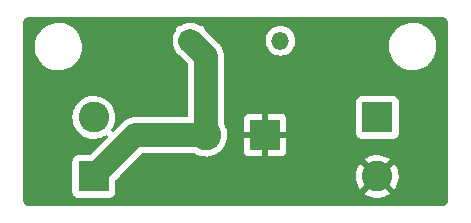
<source format=gbr>
%TF.GenerationSoftware,KiCad,Pcbnew,(6.0.7)*%
%TF.CreationDate,2022-10-05T08:21:53-05:00*%
%TF.ProjectId,SolenoidHandlerBoard,536f6c65-6e6f-4696-9448-616e646c6572,rev?*%
%TF.SameCoordinates,Original*%
%TF.FileFunction,Copper,L1,Top*%
%TF.FilePolarity,Positive*%
%FSLAX46Y46*%
G04 Gerber Fmt 4.6, Leading zero omitted, Abs format (unit mm)*
G04 Created by KiCad (PCBNEW (6.0.7)) date 2022-10-05 08:21:53*
%MOMM*%
%LPD*%
G01*
G04 APERTURE LIST*
%TA.AperFunction,ComponentPad*%
%ADD10R,1.500000X1.500000*%
%TD*%
%TA.AperFunction,ComponentPad*%
%ADD11O,1.500000X1.500000*%
%TD*%
%TA.AperFunction,ComponentPad*%
%ADD12R,2.600000X2.600000*%
%TD*%
%TA.AperFunction,ComponentPad*%
%ADD13C,2.600000*%
%TD*%
%TA.AperFunction,Conductor*%
%ADD14C,2.000000*%
%TD*%
G04 APERTURE END LIST*
D10*
%TO.P,D1,1,K*%
%TO.N,Net-(D1-Pad1)*%
X129685000Y-86500000D03*
D11*
%TO.P,D1,2,A*%
%TO.N,GND*%
X137305000Y-86500000D03*
%TD*%
D12*
%TO.P,J2,1,Pin_1*%
%TO.N,+12V*%
X136000000Y-94500000D03*
D13*
%TO.P,J2,2,Pin_2*%
%TO.N,Net-(D1-Pad1)*%
X131000000Y-94500000D03*
%TD*%
D12*
%TO.P,J3,1,Pin_1*%
%TO.N,GND*%
X145500000Y-93000000D03*
D13*
%TO.P,J3,2,Pin_2*%
%TO.N,+12V*%
X145500000Y-98000000D03*
%TD*%
D12*
%TO.P,J1,1,Pin_1*%
%TO.N,Net-(D1-Pad1)*%
X121500000Y-98000000D03*
D13*
%TO.P,J1,2,Pin_2*%
%TO.N,GND*%
X121500000Y-93000000D03*
%TD*%
D14*
%TO.N,Net-(D1-Pad1)*%
X131000000Y-87815000D02*
X129685000Y-86500000D01*
X131000000Y-94500000D02*
X131000000Y-87815000D01*
X125000000Y-94500000D02*
X121500000Y-98000000D01*
X131000000Y-94500000D02*
X125000000Y-94500000D01*
%TD*%
%TA.AperFunction,Conductor*%
%TO.N,+12V*%
G36*
X150970018Y-84510000D02*
G01*
X150984852Y-84512310D01*
X150984855Y-84512310D01*
X150993724Y-84513691D01*
X151002626Y-84512527D01*
X151002750Y-84512511D01*
X151033192Y-84512240D01*
X151040621Y-84513077D01*
X151095264Y-84519234D01*
X151122771Y-84525513D01*
X151199853Y-84552485D01*
X151225274Y-84564727D01*
X151294426Y-84608178D01*
X151316485Y-84625770D01*
X151374230Y-84683515D01*
X151391822Y-84705574D01*
X151435273Y-84774726D01*
X151447515Y-84800147D01*
X151474487Y-84877228D01*
X151480766Y-84904736D01*
X151487018Y-84960226D01*
X151486923Y-84975868D01*
X151487800Y-84975879D01*
X151487690Y-84984851D01*
X151486309Y-84993724D01*
X151487473Y-85002626D01*
X151487473Y-85002628D01*
X151490436Y-85025283D01*
X151491500Y-85041621D01*
X151491500Y-99950633D01*
X151490000Y-99970018D01*
X151486309Y-99993724D01*
X151487473Y-100002626D01*
X151487489Y-100002750D01*
X151487760Y-100033192D01*
X151485430Y-100053870D01*
X151480766Y-100095264D01*
X151474487Y-100122771D01*
X151447515Y-100199853D01*
X151435273Y-100225274D01*
X151391822Y-100294426D01*
X151374230Y-100316485D01*
X151316485Y-100374230D01*
X151294426Y-100391822D01*
X151225274Y-100435273D01*
X151199853Y-100447515D01*
X151122772Y-100474487D01*
X151095264Y-100480766D01*
X151039774Y-100487018D01*
X151024132Y-100486923D01*
X151024121Y-100487800D01*
X151015149Y-100487690D01*
X151006276Y-100486309D01*
X150997374Y-100487473D01*
X150997372Y-100487473D01*
X150986385Y-100488910D01*
X150974714Y-100490436D01*
X150958379Y-100491500D01*
X116049367Y-100491500D01*
X116029982Y-100490000D01*
X116015148Y-100487690D01*
X116015145Y-100487690D01*
X116006276Y-100486309D01*
X115997374Y-100487473D01*
X115997250Y-100487489D01*
X115966808Y-100487760D01*
X115946130Y-100485430D01*
X115904736Y-100480766D01*
X115877229Y-100474487D01*
X115800147Y-100447515D01*
X115774726Y-100435273D01*
X115705574Y-100391822D01*
X115683515Y-100374230D01*
X115625770Y-100316485D01*
X115608178Y-100294426D01*
X115564727Y-100225274D01*
X115552485Y-100199853D01*
X115525513Y-100122772D01*
X115519234Y-100095266D01*
X115513170Y-100041451D01*
X115512888Y-100016640D01*
X115513576Y-100012552D01*
X115513729Y-100000000D01*
X115509773Y-99972376D01*
X115508500Y-99954514D01*
X115508500Y-92952526D01*
X119687050Y-92952526D01*
X119687274Y-92957192D01*
X119687274Y-92957197D01*
X119693148Y-93079467D01*
X119699947Y-93221019D01*
X119752388Y-93484656D01*
X119843220Y-93737646D01*
X119970450Y-93974431D01*
X119973241Y-93978168D01*
X119973245Y-93978175D01*
X120057820Y-94091434D01*
X120131281Y-94189810D01*
X120134590Y-94193090D01*
X120134595Y-94193096D01*
X120318863Y-94375762D01*
X120322180Y-94379050D01*
X120325942Y-94381808D01*
X120325945Y-94381811D01*
X120485831Y-94499044D01*
X120538954Y-94537995D01*
X120543089Y-94540171D01*
X120543093Y-94540173D01*
X120772698Y-94660975D01*
X120776840Y-94663154D01*
X121030613Y-94751775D01*
X121035206Y-94752647D01*
X121290109Y-94801042D01*
X121290112Y-94801042D01*
X121294698Y-94801913D01*
X121422370Y-94806929D01*
X121558625Y-94812283D01*
X121558630Y-94812283D01*
X121563293Y-94812466D01*
X121667607Y-94801042D01*
X121825844Y-94783713D01*
X121825850Y-94783712D01*
X121830497Y-94783203D01*
X121872612Y-94772115D01*
X122085918Y-94715956D01*
X122085920Y-94715955D01*
X122090441Y-94714765D01*
X122094738Y-94712919D01*
X122333120Y-94610502D01*
X122333122Y-94610501D01*
X122337414Y-94608657D01*
X122457956Y-94534064D01*
X122518301Y-94496721D01*
X122586753Y-94477883D01*
X122654523Y-94499044D01*
X122700094Y-94553485D01*
X122708997Y-94623921D01*
X122673699Y-94692960D01*
X121212064Y-96154595D01*
X121149752Y-96188621D01*
X121122969Y-96191500D01*
X120151866Y-96191500D01*
X120089684Y-96198255D01*
X119953295Y-96249385D01*
X119836739Y-96336739D01*
X119749385Y-96453295D01*
X119698255Y-96589684D01*
X119691500Y-96651866D01*
X119691500Y-99348134D01*
X119698255Y-99410316D01*
X119749385Y-99546705D01*
X119836739Y-99663261D01*
X119953295Y-99750615D01*
X120089684Y-99801745D01*
X120151866Y-99808500D01*
X122848134Y-99808500D01*
X122910316Y-99801745D01*
X123046705Y-99750615D01*
X123163261Y-99663261D01*
X123250615Y-99546705D01*
X123288778Y-99444906D01*
X144419839Y-99444906D01*
X144428553Y-99456427D01*
X144535452Y-99534809D01*
X144543351Y-99539745D01*
X144772905Y-99660519D01*
X144781454Y-99664236D01*
X145026327Y-99749749D01*
X145035336Y-99752163D01*
X145290166Y-99800544D01*
X145299423Y-99801598D01*
X145558607Y-99811783D01*
X145567921Y-99811457D01*
X145825753Y-99783220D01*
X145834930Y-99781519D01*
X146085758Y-99715481D01*
X146094574Y-99712445D01*
X146332880Y-99610062D01*
X146341167Y-99605748D01*
X146561718Y-99469266D01*
X146569268Y-99463780D01*
X146574559Y-99459301D01*
X146582997Y-99446497D01*
X146576935Y-99436145D01*
X145512812Y-98372022D01*
X145498868Y-98364408D01*
X145497035Y-98364539D01*
X145490420Y-98368790D01*
X144426497Y-99432713D01*
X144419839Y-99444906D01*
X123288778Y-99444906D01*
X123301745Y-99410316D01*
X123308500Y-99348134D01*
X123308500Y-98377031D01*
X123328502Y-98308910D01*
X123345405Y-98287936D01*
X123676130Y-97957211D01*
X143687775Y-97957211D01*
X143700220Y-98216288D01*
X143701356Y-98225543D01*
X143751961Y-98479945D01*
X143754449Y-98488917D01*
X143842095Y-98733033D01*
X143845895Y-98741568D01*
X143968658Y-98970042D01*
X143973666Y-98977904D01*
X144043720Y-99071716D01*
X144054979Y-99080165D01*
X144067397Y-99073393D01*
X145127978Y-98012812D01*
X145134356Y-98001132D01*
X145864408Y-98001132D01*
X145864539Y-98002965D01*
X145868790Y-98009580D01*
X146936094Y-99076884D01*
X146948474Y-99083644D01*
X146956815Y-99077400D01*
X147090832Y-98869048D01*
X147095275Y-98860864D01*
X147201807Y-98624370D01*
X147204997Y-98615605D01*
X147275402Y-98365972D01*
X147277262Y-98356830D01*
X147310187Y-98098019D01*
X147310668Y-98091733D01*
X147312987Y-98003160D01*
X147312836Y-97996851D01*
X147293501Y-97736663D01*
X147292125Y-97727457D01*
X147234878Y-97474467D01*
X147232154Y-97465556D01*
X147138143Y-97223806D01*
X147134132Y-97215397D01*
X147005422Y-96990202D01*
X147000211Y-96982476D01*
X146956996Y-96927658D01*
X146945071Y-96919187D01*
X146933537Y-96925673D01*
X145872022Y-97987188D01*
X145864408Y-98001132D01*
X145134356Y-98001132D01*
X145135592Y-97998868D01*
X145135461Y-97997035D01*
X145131210Y-97990420D01*
X144065816Y-96925026D01*
X144052507Y-96917758D01*
X144042472Y-96924878D01*
X144026937Y-96943556D01*
X144021531Y-96951135D01*
X143886965Y-97172891D01*
X143882736Y-97181192D01*
X143782432Y-97420389D01*
X143779471Y-97429239D01*
X143715628Y-97680625D01*
X143714006Y-97689822D01*
X143688020Y-97947885D01*
X143687775Y-97957211D01*
X123676130Y-97957211D01*
X125080652Y-96552689D01*
X144417102Y-96552689D01*
X144421675Y-96562465D01*
X145487188Y-97627978D01*
X145501132Y-97635592D01*
X145502965Y-97635461D01*
X145509580Y-97631210D01*
X146574349Y-96566441D01*
X146580733Y-96554751D01*
X146571321Y-96542641D01*
X146424045Y-96440471D01*
X146416010Y-96435738D01*
X146183376Y-96321016D01*
X146174743Y-96317528D01*
X145927703Y-96238450D01*
X145918643Y-96236274D01*
X145662630Y-96194580D01*
X145653343Y-96193768D01*
X145393992Y-96190373D01*
X145384681Y-96190943D01*
X145127682Y-96225919D01*
X145118546Y-96227860D01*
X144869543Y-96300439D01*
X144860800Y-96303707D01*
X144625252Y-96412296D01*
X144617097Y-96416816D01*
X144426240Y-96541947D01*
X144417102Y-96552689D01*
X125080652Y-96552689D01*
X125587936Y-96045405D01*
X125650248Y-96011379D01*
X125677031Y-96008500D01*
X129957484Y-96008500D01*
X130025605Y-96028502D01*
X130031988Y-96032887D01*
X130038954Y-96037995D01*
X130043089Y-96040171D01*
X130043093Y-96040173D01*
X130260572Y-96154595D01*
X130276840Y-96163154D01*
X130385298Y-96201029D01*
X130486225Y-96236274D01*
X130530613Y-96251775D01*
X130535206Y-96252647D01*
X130790109Y-96301042D01*
X130790112Y-96301042D01*
X130794698Y-96301913D01*
X130922370Y-96306929D01*
X131058625Y-96312283D01*
X131058630Y-96312283D01*
X131063293Y-96312466D01*
X131167607Y-96301042D01*
X131325844Y-96283713D01*
X131325850Y-96283712D01*
X131330497Y-96283203D01*
X131443985Y-96253324D01*
X131585918Y-96215956D01*
X131585920Y-96215955D01*
X131590441Y-96214765D01*
X131594738Y-96212919D01*
X131833120Y-96110502D01*
X131833122Y-96110501D01*
X131837414Y-96108657D01*
X131956071Y-96035230D01*
X132062017Y-95969669D01*
X132062021Y-95969666D01*
X132065990Y-95967210D01*
X132210741Y-95844669D01*
X134192001Y-95844669D01*
X134192371Y-95851490D01*
X134197895Y-95902352D01*
X134201521Y-95917604D01*
X134246676Y-96038054D01*
X134255214Y-96053649D01*
X134331715Y-96155724D01*
X134344276Y-96168285D01*
X134446351Y-96244786D01*
X134461946Y-96253324D01*
X134582394Y-96298478D01*
X134597649Y-96302105D01*
X134648514Y-96307631D01*
X134655328Y-96308000D01*
X135727885Y-96308000D01*
X135743124Y-96303525D01*
X135744329Y-96302135D01*
X135746000Y-96294452D01*
X135746000Y-96289884D01*
X136254000Y-96289884D01*
X136258475Y-96305123D01*
X136259865Y-96306328D01*
X136267548Y-96307999D01*
X137344669Y-96307999D01*
X137351490Y-96307629D01*
X137402352Y-96302105D01*
X137417604Y-96298479D01*
X137538054Y-96253324D01*
X137553649Y-96244786D01*
X137655724Y-96168285D01*
X137668285Y-96155724D01*
X137744786Y-96053649D01*
X137753324Y-96038054D01*
X137798478Y-95917606D01*
X137802105Y-95902351D01*
X137807631Y-95851486D01*
X137808000Y-95844672D01*
X137808000Y-94772115D01*
X137803525Y-94756876D01*
X137802135Y-94755671D01*
X137794452Y-94754000D01*
X136272115Y-94754000D01*
X136256876Y-94758475D01*
X136255671Y-94759865D01*
X136254000Y-94767548D01*
X136254000Y-96289884D01*
X135746000Y-96289884D01*
X135746000Y-94772115D01*
X135741525Y-94756876D01*
X135740135Y-94755671D01*
X135732452Y-94754000D01*
X134210116Y-94754000D01*
X134194877Y-94758475D01*
X134193672Y-94759865D01*
X134192001Y-94767548D01*
X134192001Y-95844669D01*
X132210741Y-95844669D01*
X132271149Y-95793530D01*
X132448382Y-95591434D01*
X132593797Y-95365361D01*
X132704199Y-95120278D01*
X132777163Y-94861568D01*
X132791963Y-94745229D01*
X132810688Y-94598045D01*
X132810688Y-94598041D01*
X132811086Y-94594915D01*
X132813571Y-94500000D01*
X132802285Y-94348134D01*
X143691500Y-94348134D01*
X143698255Y-94410316D01*
X143749385Y-94546705D01*
X143836739Y-94663261D01*
X143953295Y-94750615D01*
X144089684Y-94801745D01*
X144151866Y-94808500D01*
X146848134Y-94808500D01*
X146910316Y-94801745D01*
X147046705Y-94750615D01*
X147163261Y-94663261D01*
X147250615Y-94546705D01*
X147301745Y-94410316D01*
X147308500Y-94348134D01*
X147308500Y-91651866D01*
X147301745Y-91589684D01*
X147250615Y-91453295D01*
X147163261Y-91336739D01*
X147046705Y-91249385D01*
X146910316Y-91198255D01*
X146848134Y-91191500D01*
X144151866Y-91191500D01*
X144089684Y-91198255D01*
X143953295Y-91249385D01*
X143836739Y-91336739D01*
X143749385Y-91453295D01*
X143698255Y-91589684D01*
X143691500Y-91651866D01*
X143691500Y-94348134D01*
X132802285Y-94348134D01*
X132793650Y-94231937D01*
X132792733Y-94227885D01*
X134192000Y-94227885D01*
X134196475Y-94243124D01*
X134197865Y-94244329D01*
X134205548Y-94246000D01*
X135727885Y-94246000D01*
X135743124Y-94241525D01*
X135744329Y-94240135D01*
X135746000Y-94232452D01*
X135746000Y-94227885D01*
X136254000Y-94227885D01*
X136258475Y-94243124D01*
X136259865Y-94244329D01*
X136267548Y-94246000D01*
X137789884Y-94246000D01*
X137805123Y-94241525D01*
X137806328Y-94240135D01*
X137807999Y-94232452D01*
X137807999Y-93155331D01*
X137807629Y-93148510D01*
X137802105Y-93097648D01*
X137798479Y-93082396D01*
X137753324Y-92961946D01*
X137744786Y-92946351D01*
X137668285Y-92844276D01*
X137655724Y-92831715D01*
X137553649Y-92755214D01*
X137538054Y-92746676D01*
X137417606Y-92701522D01*
X137402351Y-92697895D01*
X137351486Y-92692369D01*
X137344672Y-92692000D01*
X136272115Y-92692000D01*
X136256876Y-92696475D01*
X136255671Y-92697865D01*
X136254000Y-92705548D01*
X136254000Y-94227885D01*
X135746000Y-94227885D01*
X135746000Y-92710116D01*
X135741525Y-92694877D01*
X135740135Y-92693672D01*
X135732452Y-92692001D01*
X134655331Y-92692001D01*
X134648510Y-92692371D01*
X134597648Y-92697895D01*
X134582396Y-92701521D01*
X134461946Y-92746676D01*
X134446351Y-92755214D01*
X134344276Y-92831715D01*
X134331715Y-92844276D01*
X134255214Y-92946351D01*
X134246676Y-92961946D01*
X134201522Y-93082394D01*
X134197895Y-93097649D01*
X134192369Y-93148514D01*
X134192000Y-93155328D01*
X134192000Y-94227885D01*
X132792733Y-94227885D01*
X132787834Y-94206233D01*
X132735361Y-93974331D01*
X132735360Y-93974326D01*
X132734327Y-93969763D01*
X132636902Y-93719238D01*
X132525107Y-93523637D01*
X132508500Y-93461114D01*
X132508500Y-87839016D01*
X132508549Y-87835498D01*
X132511193Y-87740850D01*
X132511193Y-87740847D01*
X132511334Y-87735795D01*
X132500941Y-87657902D01*
X132500241Y-87651353D01*
X132494346Y-87578077D01*
X132494345Y-87578073D01*
X132493940Y-87573035D01*
X132486101Y-87541122D01*
X132483573Y-87527738D01*
X132479898Y-87500194D01*
X132479229Y-87495180D01*
X132476786Y-87487087D01*
X132456522Y-87419971D01*
X132454781Y-87413608D01*
X132443509Y-87367714D01*
X132436037Y-87337294D01*
X132423199Y-87307048D01*
X132418561Y-87294237D01*
X132410530Y-87267638D01*
X132409067Y-87262792D01*
X132406849Y-87258244D01*
X132406846Y-87258237D01*
X132374629Y-87192182D01*
X132371893Y-87186180D01*
X132348747Y-87131653D01*
X132341188Y-87113844D01*
X132323681Y-87086044D01*
X132317052Y-87074134D01*
X132308579Y-87056761D01*
X132302654Y-87044612D01*
X132257357Y-86980400D01*
X132253699Y-86974914D01*
X132214529Y-86912714D01*
X132214528Y-86912713D01*
X132211833Y-86908433D01*
X132208492Y-86904644D01*
X132208488Y-86904638D01*
X132190102Y-86883783D01*
X132181656Y-86873088D01*
X132165009Y-86849490D01*
X132162726Y-86846253D01*
X132143091Y-86824750D01*
X132103375Y-86785034D01*
X132097956Y-86779264D01*
X132054650Y-86730142D01*
X132054647Y-86730139D01*
X132051302Y-86726345D01*
X132019011Y-86699821D01*
X132009892Y-86691551D01*
X131818341Y-86500000D01*
X136041693Y-86500000D01*
X136060885Y-86719371D01*
X136117880Y-86932076D01*
X136140415Y-86980403D01*
X136208618Y-87126666D01*
X136208621Y-87126671D01*
X136210944Y-87131653D01*
X136214100Y-87136160D01*
X136214101Y-87136162D01*
X136333758Y-87307049D01*
X136337251Y-87312038D01*
X136492962Y-87467749D01*
X136497471Y-87470906D01*
X136497473Y-87470908D01*
X136520579Y-87487087D01*
X136673346Y-87594056D01*
X136872924Y-87687120D01*
X137085629Y-87744115D01*
X137305000Y-87763307D01*
X137524371Y-87744115D01*
X137737076Y-87687120D01*
X137936654Y-87594056D01*
X138089421Y-87487087D01*
X138112527Y-87470908D01*
X138112529Y-87470906D01*
X138117038Y-87467749D01*
X138272749Y-87312038D01*
X138276243Y-87307049D01*
X138395899Y-87136162D01*
X138395900Y-87136160D01*
X138399056Y-87131653D01*
X138401379Y-87126671D01*
X138401382Y-87126666D01*
X138469585Y-86980403D01*
X138492120Y-86932076D01*
X138492748Y-86929733D01*
X146487822Y-86929733D01*
X146487975Y-86934121D01*
X146487975Y-86934127D01*
X146496987Y-87192182D01*
X146497625Y-87210458D01*
X146498387Y-87214781D01*
X146498388Y-87214788D01*
X146522164Y-87349624D01*
X146546402Y-87487087D01*
X146633203Y-87754235D01*
X146635131Y-87758188D01*
X146635133Y-87758193D01*
X146672838Y-87835498D01*
X146756340Y-88006702D01*
X146758795Y-88010341D01*
X146758798Y-88010347D01*
X146831890Y-88118710D01*
X146913415Y-88239576D01*
X147101371Y-88448322D01*
X147104733Y-88451143D01*
X147104734Y-88451144D01*
X147153461Y-88492031D01*
X147316550Y-88628879D01*
X147554764Y-88777731D01*
X147811375Y-88891982D01*
X148081390Y-88969407D01*
X148085740Y-88970018D01*
X148085743Y-88970019D01*
X148188690Y-88984487D01*
X148359552Y-89008500D01*
X148570146Y-89008500D01*
X148572332Y-89008347D01*
X148572336Y-89008347D01*
X148775827Y-88994118D01*
X148775832Y-88994117D01*
X148780212Y-88993811D01*
X149054970Y-88935409D01*
X149059099Y-88933906D01*
X149059103Y-88933905D01*
X149314781Y-88840846D01*
X149314785Y-88840844D01*
X149318926Y-88839337D01*
X149566942Y-88707464D01*
X149671896Y-88631211D01*
X149790629Y-88544947D01*
X149790632Y-88544944D01*
X149794192Y-88542358D01*
X149996252Y-88347231D01*
X150169188Y-88125882D01*
X150171384Y-88122078D01*
X150171389Y-88122071D01*
X150307435Y-87886431D01*
X150309636Y-87882619D01*
X150414862Y-87622176D01*
X150418875Y-87606081D01*
X150481753Y-87353893D01*
X150481754Y-87353888D01*
X150482817Y-87349624D01*
X150483597Y-87342209D01*
X150511719Y-87074636D01*
X150511719Y-87074633D01*
X150512178Y-87070267D01*
X150512025Y-87065873D01*
X150502529Y-86793939D01*
X150502528Y-86793933D01*
X150502375Y-86789542D01*
X150501581Y-86785034D01*
X150454360Y-86517236D01*
X150453598Y-86512913D01*
X150366797Y-86245765D01*
X150243660Y-85993298D01*
X150241205Y-85989659D01*
X150241202Y-85989653D01*
X150163272Y-85874118D01*
X150086585Y-85760424D01*
X149898629Y-85551678D01*
X149683450Y-85371121D01*
X149445236Y-85222269D01*
X149188625Y-85108018D01*
X148960913Y-85042723D01*
X148922837Y-85031805D01*
X148922836Y-85031805D01*
X148918610Y-85030593D01*
X148914260Y-85029982D01*
X148914257Y-85029981D01*
X148790241Y-85012552D01*
X148640448Y-84991500D01*
X148429854Y-84991500D01*
X148427668Y-84991653D01*
X148427664Y-84991653D01*
X148224173Y-85005882D01*
X148224168Y-85005883D01*
X148219788Y-85006189D01*
X147945030Y-85064591D01*
X147940901Y-85066094D01*
X147940897Y-85066095D01*
X147685219Y-85159154D01*
X147685215Y-85159156D01*
X147681074Y-85160663D01*
X147433058Y-85292536D01*
X147429499Y-85295122D01*
X147429497Y-85295123D01*
X147276965Y-85405944D01*
X147205808Y-85457642D01*
X147003748Y-85652769D01*
X146919639Y-85760424D01*
X146838844Y-85863838D01*
X146830812Y-85874118D01*
X146828616Y-85877922D01*
X146828611Y-85877929D01*
X146721796Y-86062939D01*
X146690364Y-86117381D01*
X146585138Y-86377824D01*
X146584073Y-86382097D01*
X146584072Y-86382099D01*
X146533678Y-86584220D01*
X146517183Y-86650376D01*
X146516724Y-86654744D01*
X146516723Y-86654749D01*
X146489611Y-86912714D01*
X146487822Y-86929733D01*
X138492748Y-86929733D01*
X138549115Y-86719371D01*
X138568307Y-86500000D01*
X138549115Y-86280629D01*
X138492120Y-86067924D01*
X138448585Y-85974562D01*
X138401382Y-85873334D01*
X138401379Y-85873329D01*
X138399056Y-85868347D01*
X138326044Y-85764075D01*
X138275908Y-85692473D01*
X138275906Y-85692470D01*
X138272749Y-85687962D01*
X138117038Y-85532251D01*
X137936654Y-85405944D01*
X137737076Y-85312880D01*
X137524371Y-85255885D01*
X137305000Y-85236693D01*
X137085629Y-85255885D01*
X136872924Y-85312880D01*
X136779562Y-85356415D01*
X136678334Y-85403618D01*
X136678329Y-85403621D01*
X136673347Y-85405944D01*
X136668840Y-85409100D01*
X136668838Y-85409101D01*
X136497473Y-85529092D01*
X136497470Y-85529094D01*
X136492962Y-85532251D01*
X136337251Y-85687962D01*
X136334094Y-85692470D01*
X136334092Y-85692473D01*
X136283956Y-85764075D01*
X136210944Y-85868347D01*
X136208621Y-85873329D01*
X136208618Y-85873334D01*
X136161415Y-85974562D01*
X136117880Y-86067924D01*
X136060885Y-86280629D01*
X136041693Y-86500000D01*
X131818341Y-86500000D01*
X130943287Y-85624946D01*
X130914400Y-85580080D01*
X130885615Y-85503295D01*
X130880235Y-85496116D01*
X130880233Y-85496113D01*
X130803642Y-85393919D01*
X130798261Y-85386739D01*
X130681705Y-85299385D01*
X130545316Y-85248255D01*
X130540289Y-85247709D01*
X130506282Y-85233771D01*
X130407633Y-85174027D01*
X130362642Y-85146779D01*
X130137571Y-85055845D01*
X130079814Y-85042723D01*
X129905787Y-85003185D01*
X129905784Y-85003184D01*
X129900856Y-85002065D01*
X129895809Y-85001747D01*
X129895806Y-85001747D01*
X129675350Y-84987877D01*
X129658587Y-84986822D01*
X129474639Y-85004859D01*
X129422025Y-85010018D01*
X129422024Y-85010018D01*
X129416998Y-85010511D01*
X129182304Y-85072519D01*
X129177687Y-85074575D01*
X129177686Y-85074575D01*
X128965170Y-85169194D01*
X128965167Y-85169196D01*
X128960544Y-85171254D01*
X128885314Y-85220484D01*
X128869247Y-85230998D01*
X128830657Y-85247606D01*
X128824684Y-85248255D01*
X128817291Y-85251027D01*
X128817289Y-85251027D01*
X128800535Y-85257308D01*
X128688295Y-85299385D01*
X128571739Y-85386739D01*
X128484385Y-85503295D01*
X128481233Y-85511703D01*
X128455600Y-85580080D01*
X128433255Y-85639684D01*
X128433241Y-85639813D01*
X128423205Y-85665572D01*
X128312398Y-85863838D01*
X128308955Y-85869998D01*
X128267443Y-85984051D01*
X128238730Y-86062939D01*
X128225930Y-86098105D01*
X128224982Y-86103074D01*
X128224981Y-86103078D01*
X128192125Y-86275319D01*
X128180444Y-86336553D01*
X128179291Y-86377824D01*
X128175726Y-86505475D01*
X128173666Y-86579205D01*
X128205771Y-86819820D01*
X128207233Y-86824661D01*
X128207233Y-86824663D01*
X128273640Y-87044612D01*
X128275933Y-87052208D01*
X128382346Y-87270388D01*
X128385265Y-87274526D01*
X128414412Y-87315845D01*
X128432866Y-87356737D01*
X128433255Y-87360316D01*
X128436027Y-87367711D01*
X128436028Y-87367714D01*
X128472069Y-87463852D01*
X128484385Y-87496705D01*
X128571739Y-87613261D01*
X128578919Y-87618642D01*
X128681113Y-87695233D01*
X128681116Y-87695235D01*
X128688295Y-87700615D01*
X128765081Y-87729401D01*
X128809946Y-87758287D01*
X129454595Y-88402936D01*
X129488621Y-88465248D01*
X129491500Y-88492031D01*
X129491500Y-92865500D01*
X129471498Y-92933621D01*
X129417842Y-92980114D01*
X129365500Y-92991500D01*
X125024002Y-92991500D01*
X125020483Y-92991451D01*
X124925850Y-92988807D01*
X124925847Y-92988807D01*
X124920795Y-92988666D01*
X124842902Y-92999059D01*
X124836361Y-92999758D01*
X124807668Y-93002067D01*
X124763077Y-93005654D01*
X124763073Y-93005655D01*
X124758035Y-93006060D01*
X124726122Y-93013899D01*
X124712742Y-93016426D01*
X124680180Y-93020771D01*
X124675339Y-93022232D01*
X124675337Y-93022233D01*
X124604971Y-93043478D01*
X124598610Y-93045219D01*
X124522294Y-93063963D01*
X124517634Y-93065941D01*
X124492049Y-93076801D01*
X124479239Y-93081438D01*
X124447792Y-93090933D01*
X124443244Y-93093151D01*
X124443237Y-93093154D01*
X124377182Y-93125371D01*
X124371180Y-93128107D01*
X124326496Y-93147075D01*
X124298844Y-93158812D01*
X124274532Y-93174123D01*
X124271044Y-93176319D01*
X124259140Y-93182945D01*
X124229612Y-93197346D01*
X124225475Y-93200265D01*
X124225474Y-93200265D01*
X124165403Y-93242641D01*
X124159914Y-93246301D01*
X124097714Y-93285471D01*
X124093433Y-93288167D01*
X124089644Y-93291508D01*
X124089638Y-93291512D01*
X124068783Y-93309898D01*
X124058088Y-93318344D01*
X124031253Y-93337274D01*
X124009750Y-93356909D01*
X123970034Y-93396625D01*
X123964264Y-93402044D01*
X123915142Y-93445350D01*
X123915139Y-93445353D01*
X123911345Y-93448698D01*
X123908135Y-93452606D01*
X123908134Y-93452607D01*
X123884821Y-93480989D01*
X123876551Y-93490108D01*
X123189387Y-94177272D01*
X123127075Y-94211298D01*
X123056260Y-94206233D01*
X122999424Y-94163686D01*
X122974613Y-94097166D01*
X122989704Y-94027792D01*
X122994321Y-94020014D01*
X123091269Y-93869291D01*
X123093797Y-93865361D01*
X123204199Y-93620278D01*
X123242142Y-93485743D01*
X123275893Y-93366072D01*
X123275894Y-93366069D01*
X123277163Y-93361568D01*
X123295043Y-93221019D01*
X123310688Y-93098045D01*
X123310688Y-93098041D01*
X123311086Y-93094915D01*
X123311191Y-93090933D01*
X123313141Y-93016427D01*
X123313571Y-93000000D01*
X123293650Y-92731937D01*
X123292619Y-92727379D01*
X123235361Y-92474331D01*
X123235360Y-92474326D01*
X123234327Y-92469763D01*
X123136902Y-92219238D01*
X123003518Y-91985864D01*
X122837105Y-91774769D01*
X122641317Y-91590591D01*
X122443407Y-91453295D01*
X122424299Y-91440039D01*
X122424296Y-91440037D01*
X122420457Y-91437374D01*
X122416264Y-91435306D01*
X122183564Y-91320551D01*
X122183561Y-91320550D01*
X122179376Y-91318486D01*
X122131745Y-91303239D01*
X121953657Y-91246233D01*
X121923370Y-91236538D01*
X121918763Y-91235788D01*
X121918760Y-91235787D01*
X121705337Y-91201029D01*
X121658063Y-91193330D01*
X121527719Y-91191624D01*
X121393961Y-91189873D01*
X121393958Y-91189873D01*
X121389284Y-91189812D01*
X121122937Y-91226060D01*
X120864874Y-91301278D01*
X120620763Y-91413815D01*
X120616854Y-91416378D01*
X120399881Y-91558631D01*
X120399876Y-91558635D01*
X120395968Y-91561197D01*
X120195426Y-91740188D01*
X120023544Y-91946854D01*
X119884096Y-92176656D01*
X119780148Y-92424545D01*
X119713981Y-92685077D01*
X119687050Y-92952526D01*
X115508500Y-92952526D01*
X115508500Y-86929733D01*
X116487822Y-86929733D01*
X116487975Y-86934121D01*
X116487975Y-86934127D01*
X116496987Y-87192182D01*
X116497625Y-87210458D01*
X116498387Y-87214781D01*
X116498388Y-87214788D01*
X116522164Y-87349624D01*
X116546402Y-87487087D01*
X116633203Y-87754235D01*
X116635131Y-87758188D01*
X116635133Y-87758193D01*
X116672838Y-87835498D01*
X116756340Y-88006702D01*
X116758795Y-88010341D01*
X116758798Y-88010347D01*
X116831890Y-88118710D01*
X116913415Y-88239576D01*
X117101371Y-88448322D01*
X117104733Y-88451143D01*
X117104734Y-88451144D01*
X117153461Y-88492031D01*
X117316550Y-88628879D01*
X117554764Y-88777731D01*
X117811375Y-88891982D01*
X118081390Y-88969407D01*
X118085740Y-88970018D01*
X118085743Y-88970019D01*
X118188690Y-88984487D01*
X118359552Y-89008500D01*
X118570146Y-89008500D01*
X118572332Y-89008347D01*
X118572336Y-89008347D01*
X118775827Y-88994118D01*
X118775832Y-88994117D01*
X118780212Y-88993811D01*
X119054970Y-88935409D01*
X119059099Y-88933906D01*
X119059103Y-88933905D01*
X119314781Y-88840846D01*
X119314785Y-88840844D01*
X119318926Y-88839337D01*
X119566942Y-88707464D01*
X119671896Y-88631211D01*
X119790629Y-88544947D01*
X119790632Y-88544944D01*
X119794192Y-88542358D01*
X119996252Y-88347231D01*
X120169188Y-88125882D01*
X120171384Y-88122078D01*
X120171389Y-88122071D01*
X120307435Y-87886431D01*
X120309636Y-87882619D01*
X120414862Y-87622176D01*
X120418875Y-87606081D01*
X120481753Y-87353893D01*
X120481754Y-87353888D01*
X120482817Y-87349624D01*
X120483597Y-87342209D01*
X120511719Y-87074636D01*
X120511719Y-87074633D01*
X120512178Y-87070267D01*
X120512025Y-87065873D01*
X120502529Y-86793939D01*
X120502528Y-86793933D01*
X120502375Y-86789542D01*
X120501581Y-86785034D01*
X120454360Y-86517236D01*
X120453598Y-86512913D01*
X120366797Y-86245765D01*
X120243660Y-85993298D01*
X120241205Y-85989659D01*
X120241202Y-85989653D01*
X120163272Y-85874118D01*
X120086585Y-85760424D01*
X119898629Y-85551678D01*
X119683450Y-85371121D01*
X119445236Y-85222269D01*
X119188625Y-85108018D01*
X118960913Y-85042723D01*
X118922837Y-85031805D01*
X118922836Y-85031805D01*
X118918610Y-85030593D01*
X118914260Y-85029982D01*
X118914257Y-85029981D01*
X118790241Y-85012552D01*
X118640448Y-84991500D01*
X118429854Y-84991500D01*
X118427668Y-84991653D01*
X118427664Y-84991653D01*
X118224173Y-85005882D01*
X118224168Y-85005883D01*
X118219788Y-85006189D01*
X117945030Y-85064591D01*
X117940901Y-85066094D01*
X117940897Y-85066095D01*
X117685219Y-85159154D01*
X117685215Y-85159156D01*
X117681074Y-85160663D01*
X117433058Y-85292536D01*
X117429499Y-85295122D01*
X117429497Y-85295123D01*
X117276965Y-85405944D01*
X117205808Y-85457642D01*
X117003748Y-85652769D01*
X116919639Y-85760424D01*
X116838844Y-85863838D01*
X116830812Y-85874118D01*
X116828616Y-85877922D01*
X116828611Y-85877929D01*
X116721796Y-86062939D01*
X116690364Y-86117381D01*
X116585138Y-86377824D01*
X116584073Y-86382097D01*
X116584072Y-86382099D01*
X116533678Y-86584220D01*
X116517183Y-86650376D01*
X116516724Y-86654744D01*
X116516723Y-86654749D01*
X116489611Y-86912714D01*
X116487822Y-86929733D01*
X115508500Y-86929733D01*
X115508500Y-85053250D01*
X115510246Y-85032345D01*
X115512770Y-85017344D01*
X115512770Y-85017341D01*
X115513576Y-85012552D01*
X115513729Y-85000000D01*
X115513040Y-84995188D01*
X115512723Y-84990327D01*
X115513008Y-84990308D01*
X115512607Y-84963549D01*
X115519234Y-84904736D01*
X115525513Y-84877229D01*
X115552485Y-84800147D01*
X115564727Y-84774726D01*
X115608178Y-84705574D01*
X115625770Y-84683515D01*
X115683515Y-84625770D01*
X115705574Y-84608178D01*
X115774726Y-84564727D01*
X115800147Y-84552485D01*
X115877228Y-84525513D01*
X115904736Y-84519234D01*
X115960226Y-84512982D01*
X115975868Y-84513077D01*
X115975879Y-84512200D01*
X115984851Y-84512310D01*
X115993724Y-84513691D01*
X116002626Y-84512527D01*
X116002628Y-84512527D01*
X116017951Y-84510523D01*
X116025286Y-84509564D01*
X116041621Y-84508500D01*
X150950633Y-84508500D01*
X150970018Y-84510000D01*
G37*
%TD.AperFunction*%
%TD*%
M02*

</source>
